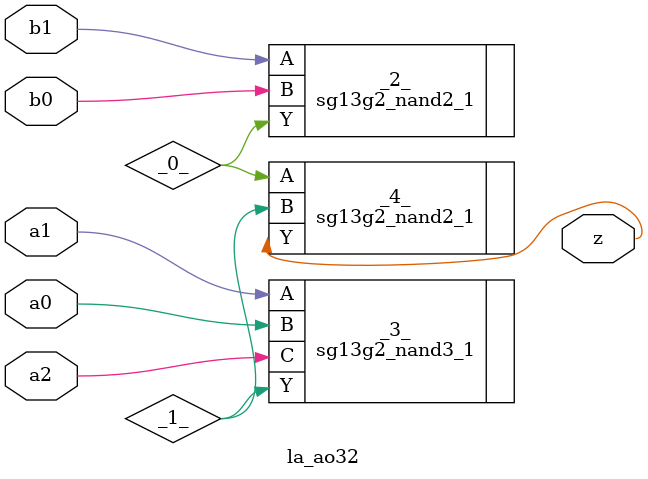
<source format=v>

/* Generated by Yosys 0.40+33 (git sha1 cd1fb8b15, g++ 11.4.0-1ubuntu1~22.04 -fPIC -Os) */

module la_ao32(a0, a1, a2, b0, b1, z);
  wire _0_;
  wire _1_;
  input a0;
  wire a0;
  input a1;
  wire a1;
  input a2;
  wire a2;
  input b0;
  wire b0;
  input b1;
  wire b1;
  output z;
  wire z;
  sg13g2_nand2_1 _2_ (
    .A(b1),
    .B(b0),
    .Y(_0_)
  );
  sg13g2_nand3_1 _3_ (
    .A(a1),
    .B(a0),
    .C(a2),
    .Y(_1_)
  );
  sg13g2_nand2_1 _4_ (
    .A(_0_),
    .B(_1_),
    .Y(z)
  );
endmodule

</source>
